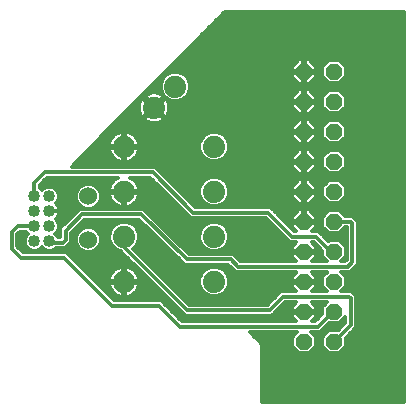
<source format=gbl>
G75*
G70*
%OFA0B0*%
%FSLAX24Y24*%
%IPPOS*%
%LPD*%
%AMOC8*
5,1,8,0,0,1.08239X$1,22.5*
%
%ADD10OC8,0.0540*%
%ADD11C,0.0740*%
%ADD12C,0.0400*%
%ADD13C,0.0120*%
%ADD14C,0.0600*%
D10*
X010460Y002410D03*
X011460Y002410D03*
X011460Y003410D03*
X010460Y003410D03*
X010460Y004410D03*
X011460Y004410D03*
X011460Y005410D03*
X010460Y005410D03*
X010460Y006410D03*
X011460Y006410D03*
X011460Y007410D03*
X010460Y007410D03*
X010460Y008410D03*
X011460Y008410D03*
X011460Y009410D03*
X010460Y009410D03*
X010460Y010410D03*
X011460Y010410D03*
X011460Y011410D03*
X010460Y011410D03*
D11*
X006167Y010917D03*
X005460Y010210D03*
X004460Y008910D03*
X007460Y008910D03*
X007460Y007410D03*
X004460Y007410D03*
X004460Y005910D03*
X007460Y005910D03*
X007460Y004410D03*
X004460Y004410D03*
D12*
X001960Y005760D03*
X001460Y005760D03*
X001460Y006260D03*
X001960Y006260D03*
X001960Y006760D03*
X001460Y006760D03*
X001460Y007260D03*
X001960Y007260D03*
D13*
X009040Y002335D02*
X009040Y000390D01*
X013772Y000390D01*
X013772Y013416D01*
X007821Y013416D01*
X002790Y008322D01*
X002790Y008321D01*
X002738Y008269D01*
X002709Y008240D01*
X005485Y008240D01*
X006835Y006890D01*
X009335Y006890D01*
X009440Y006785D01*
X010135Y006090D01*
X010200Y006090D01*
X010050Y006240D01*
X010050Y006380D01*
X010430Y006380D01*
X010430Y006440D01*
X010430Y006820D01*
X010290Y006820D01*
X010050Y006580D01*
X010050Y006440D01*
X010430Y006440D01*
X010490Y006440D01*
X010490Y006820D01*
X010630Y006820D01*
X010870Y006580D01*
X010870Y006440D01*
X010490Y006440D01*
X010490Y006380D01*
X010870Y006380D01*
X010870Y006240D01*
X010720Y006090D01*
X010935Y006090D01*
X011040Y005985D01*
X011262Y005763D01*
X011298Y005800D01*
X011622Y005800D01*
X011850Y005572D01*
X011850Y005248D01*
X011692Y005090D01*
X011835Y005090D01*
X011880Y005135D01*
X011880Y006230D01*
X011832Y006230D01*
X011622Y006020D01*
X011298Y006020D01*
X011070Y006248D01*
X011070Y006572D01*
X011298Y006800D01*
X011622Y006800D01*
X011832Y006590D01*
X012085Y006590D01*
X012135Y006540D01*
X012240Y006435D01*
X012240Y004985D01*
X012090Y004835D01*
X011985Y004730D01*
X011692Y004730D01*
X011850Y004572D01*
X011850Y004248D01*
X011692Y004090D01*
X012035Y004090D01*
X012085Y004040D01*
X012190Y003935D01*
X012190Y002885D01*
X012085Y002780D01*
X012085Y002780D01*
X011850Y002545D01*
X011850Y002248D01*
X011622Y002020D01*
X011298Y002020D01*
X011070Y002248D01*
X011070Y002572D01*
X011298Y002800D01*
X011595Y002800D01*
X011830Y003035D01*
X011830Y003228D01*
X011622Y003020D01*
X011298Y003020D01*
X011287Y003032D01*
X011090Y002835D01*
X011090Y002835D01*
X010985Y002730D01*
X010692Y002730D01*
X010850Y002572D01*
X010850Y002248D01*
X010622Y002020D01*
X010298Y002020D01*
X010070Y002248D01*
X010070Y002572D01*
X010228Y002730D01*
X008645Y002730D01*
X008740Y002635D01*
X008740Y002635D01*
X009040Y002335D01*
X009032Y002343D02*
X010070Y002343D01*
X010070Y002462D02*
X008913Y002462D01*
X008795Y002580D02*
X010078Y002580D01*
X010197Y002699D02*
X008676Y002699D01*
X009040Y002225D02*
X010094Y002225D01*
X010212Y002106D02*
X009040Y002106D01*
X009040Y001988D02*
X013772Y001988D01*
X013772Y002106D02*
X011708Y002106D01*
X011826Y002225D02*
X013772Y002225D01*
X013772Y002343D02*
X011850Y002343D01*
X011850Y002462D02*
X013772Y002462D01*
X013772Y002580D02*
X011885Y002580D01*
X012003Y002699D02*
X013772Y002699D01*
X013772Y002817D02*
X012122Y002817D01*
X012190Y002936D02*
X013772Y002936D01*
X013772Y003054D02*
X012190Y003054D01*
X012190Y003173D02*
X013772Y003173D01*
X013772Y003291D02*
X012190Y003291D01*
X012190Y003410D02*
X013772Y003410D01*
X013772Y003528D02*
X012190Y003528D01*
X012190Y003647D02*
X013772Y003647D01*
X013772Y003765D02*
X012190Y003765D01*
X012190Y003884D02*
X013772Y003884D01*
X013772Y004002D02*
X012123Y004002D01*
X012010Y003860D02*
X011960Y003910D01*
X009760Y003910D01*
X009310Y003460D01*
X006560Y003460D01*
X004460Y005560D01*
X004460Y005910D01*
X004950Y005898D02*
X005539Y005898D01*
X005661Y005780D02*
X004936Y005780D01*
X004950Y005813D02*
X004875Y005632D01*
X004759Y005516D01*
X006635Y003640D01*
X009235Y003640D01*
X009580Y003985D01*
X009580Y003985D01*
X009685Y004090D01*
X010200Y004090D01*
X010050Y004240D01*
X010050Y004380D01*
X010430Y004380D01*
X010430Y004440D01*
X010050Y004440D01*
X010050Y004580D01*
X010200Y004730D01*
X008185Y004730D01*
X007935Y004980D01*
X006561Y004980D01*
X006488Y004979D01*
X006487Y004980D01*
X006485Y004980D01*
X006434Y005032D01*
X004937Y006480D01*
X003135Y006480D01*
X002690Y006035D01*
X002690Y005735D01*
X002585Y005630D01*
X002485Y005530D01*
X002183Y005530D01*
X002141Y005489D01*
X002024Y005440D01*
X001896Y005440D01*
X001779Y005489D01*
X001710Y005557D01*
X001641Y005489D01*
X001524Y005440D01*
X001396Y005440D01*
X001279Y005489D01*
X001189Y005579D01*
X001140Y005696D01*
X001140Y005824D01*
X001189Y005941D01*
X001257Y006010D01*
X001189Y006079D01*
X001188Y006080D01*
X000985Y006080D01*
X000890Y005985D01*
X000890Y005585D01*
X001085Y005390D01*
X002535Y005390D01*
X004135Y003790D01*
X005685Y003790D01*
X006385Y003090D01*
X010200Y003090D01*
X010050Y003240D01*
X010050Y003380D01*
X010430Y003380D01*
X010430Y003440D01*
X010050Y003440D01*
X010050Y003580D01*
X010200Y003730D01*
X009835Y003730D01*
X009385Y003280D01*
X006485Y003280D01*
X006380Y003385D01*
X006380Y003385D01*
X004385Y005380D01*
X004385Y005380D01*
X004333Y005432D01*
X004182Y005495D01*
X004045Y005632D01*
X003970Y005813D01*
X003970Y006007D01*
X004045Y006188D01*
X004182Y006325D01*
X004363Y006400D01*
X004557Y006400D01*
X004738Y006325D01*
X004875Y006188D01*
X004950Y006007D01*
X004950Y005813D01*
X004887Y005661D02*
X005783Y005661D01*
X005906Y005543D02*
X004785Y005543D01*
X004851Y005424D02*
X006028Y005424D01*
X006151Y005306D02*
X004969Y005306D01*
X005088Y005187D02*
X006273Y005187D01*
X006396Y005069D02*
X005206Y005069D01*
X005325Y004950D02*
X007965Y004950D01*
X008084Y004832D02*
X007723Y004832D01*
X007738Y004825D02*
X007557Y004900D01*
X007363Y004900D01*
X007182Y004825D01*
X007045Y004688D01*
X006970Y004507D01*
X006970Y004313D01*
X007045Y004132D01*
X007182Y003995D01*
X007363Y003920D01*
X007557Y003920D01*
X007738Y003995D01*
X007875Y004132D01*
X007950Y004313D01*
X007950Y004507D01*
X007875Y004688D01*
X007738Y004825D01*
X007850Y004713D02*
X010183Y004713D01*
X010065Y004595D02*
X007914Y004595D01*
X007950Y004476D02*
X010050Y004476D01*
X010050Y004358D02*
X007950Y004358D01*
X007920Y004239D02*
X010051Y004239D01*
X010170Y004121D02*
X007863Y004121D01*
X007745Y004002D02*
X009597Y004002D01*
X009479Y003884D02*
X006391Y003884D01*
X006273Y004002D02*
X007175Y004002D01*
X007057Y004121D02*
X006154Y004121D01*
X006036Y004239D02*
X007000Y004239D01*
X006970Y004358D02*
X005917Y004358D01*
X005799Y004476D02*
X006970Y004476D01*
X007006Y004595D02*
X005680Y004595D01*
X005562Y004713D02*
X007070Y004713D01*
X007197Y004832D02*
X005443Y004832D01*
X005052Y004713D02*
X004870Y004713D01*
X004849Y004742D02*
X004792Y004799D01*
X004727Y004846D01*
X004656Y004883D01*
X004579Y004907D01*
X004500Y004920D01*
X004489Y004920D01*
X004489Y004439D01*
X004970Y004439D01*
X004970Y004450D01*
X004957Y004529D01*
X004933Y004606D01*
X004896Y004677D01*
X004849Y004742D01*
X004934Y004832D02*
X004748Y004832D01*
X004815Y004950D02*
X002975Y004950D01*
X003093Y004832D02*
X004172Y004832D01*
X004193Y004846D02*
X004128Y004799D01*
X004071Y004742D01*
X004024Y004677D01*
X003987Y004606D01*
X003963Y004529D01*
X003950Y004450D01*
X003950Y004439D01*
X004431Y004439D01*
X004431Y004920D01*
X004420Y004920D01*
X004341Y004907D01*
X004264Y004883D01*
X004193Y004846D01*
X004050Y004713D02*
X003212Y004713D01*
X003330Y004595D02*
X003984Y004595D01*
X003954Y004476D02*
X003449Y004476D01*
X003567Y004358D02*
X003952Y004358D01*
X003950Y004370D02*
X003963Y004291D01*
X003987Y004214D01*
X004024Y004143D01*
X004071Y004078D01*
X004128Y004021D01*
X004193Y003974D01*
X004264Y003937D01*
X004341Y003913D01*
X004420Y003900D01*
X004431Y003900D01*
X004431Y004381D01*
X004489Y004381D01*
X004489Y004439D01*
X004431Y004439D01*
X004431Y004381D01*
X003950Y004381D01*
X003950Y004370D01*
X003979Y004239D02*
X003686Y004239D01*
X003804Y004121D02*
X004040Y004121D01*
X004154Y004002D02*
X003923Y004002D01*
X004041Y003884D02*
X005882Y003884D01*
X005763Y004002D02*
X004766Y004002D01*
X004792Y004021D02*
X004849Y004078D01*
X004896Y004143D01*
X004933Y004214D01*
X004957Y004291D01*
X004970Y004370D01*
X004970Y004381D01*
X004489Y004381D01*
X004489Y003900D01*
X004500Y003900D01*
X004579Y003913D01*
X004656Y003937D01*
X004727Y003974D01*
X004792Y004021D01*
X004880Y004121D02*
X005645Y004121D01*
X005526Y004239D02*
X004941Y004239D01*
X004968Y004358D02*
X005408Y004358D01*
X005289Y004476D02*
X004966Y004476D01*
X004936Y004595D02*
X005171Y004595D01*
X004489Y004595D02*
X004431Y004595D01*
X004431Y004713D02*
X004489Y004713D01*
X004489Y004832D02*
X004431Y004832D01*
X004697Y005069D02*
X002856Y005069D01*
X002738Y005187D02*
X004578Y005187D01*
X004460Y005306D02*
X002619Y005306D01*
X002460Y005210D02*
X004060Y003610D01*
X005610Y003610D01*
X006310Y002910D01*
X010910Y002910D01*
X011410Y003410D01*
X011460Y003410D01*
X011070Y003410D02*
X010490Y003410D01*
X010490Y003440D02*
X010870Y003440D01*
X010870Y003580D01*
X010720Y003730D01*
X011228Y003730D01*
X011070Y003572D01*
X011070Y003325D01*
X010835Y003090D01*
X010720Y003090D01*
X010870Y003240D01*
X010870Y003380D01*
X010490Y003380D01*
X010490Y003440D01*
X010430Y003410D02*
X009514Y003410D01*
X009633Y003528D02*
X010050Y003528D01*
X010117Y003647D02*
X009751Y003647D01*
X009360Y003765D02*
X006510Y003765D01*
X006628Y003647D02*
X009242Y003647D01*
X009396Y003291D02*
X010050Y003291D01*
X010118Y003173D02*
X006302Y003173D01*
X006184Y003291D02*
X006474Y003291D01*
X006356Y003410D02*
X006065Y003410D01*
X005947Y003528D02*
X006237Y003528D01*
X006119Y003647D02*
X005828Y003647D01*
X005710Y003765D02*
X006000Y003765D01*
X004489Y004002D02*
X004431Y004002D01*
X004431Y004121D02*
X004489Y004121D01*
X004489Y004239D02*
X004431Y004239D01*
X004431Y004358D02*
X004489Y004358D01*
X004489Y004476D02*
X004431Y004476D01*
X002460Y005210D02*
X001010Y005210D01*
X000710Y005510D01*
X000710Y006060D01*
X000910Y006260D01*
X001460Y006260D01*
X002163Y006010D02*
X002231Y006079D01*
X002280Y006196D01*
X002280Y006324D01*
X002231Y006441D01*
X002177Y006496D01*
X002224Y006543D01*
X002261Y006599D01*
X002287Y006661D01*
X002300Y006727D01*
X002300Y006755D01*
X001965Y006755D01*
X001965Y006765D01*
X002300Y006765D01*
X002300Y006793D01*
X002287Y006859D01*
X002261Y006921D01*
X002224Y006977D01*
X002177Y007024D01*
X002177Y007024D01*
X002231Y007079D01*
X002280Y007196D01*
X002280Y007324D01*
X002231Y007441D01*
X002141Y007531D01*
X002024Y007580D01*
X001896Y007580D01*
X001779Y007531D01*
X001710Y007463D01*
X001641Y007531D01*
X001640Y007532D01*
X001640Y007635D01*
X001885Y007880D01*
X004259Y007880D01*
X004193Y007846D01*
X004128Y007799D01*
X004071Y007742D01*
X004024Y007677D01*
X003987Y007606D01*
X003963Y007529D01*
X003950Y007450D01*
X003950Y007439D01*
X004431Y007439D01*
X004431Y007381D01*
X004489Y007381D01*
X004489Y007439D01*
X004970Y007439D01*
X004970Y007450D01*
X004957Y007529D01*
X004933Y007606D01*
X004896Y007677D01*
X004849Y007742D01*
X004792Y007799D01*
X004727Y007846D01*
X004661Y007880D01*
X005335Y007880D01*
X006580Y006635D01*
X006685Y006530D01*
X009185Y006530D01*
X009880Y005835D01*
X009985Y005730D01*
X010200Y005730D01*
X010050Y005580D01*
X010050Y005440D01*
X010430Y005440D01*
X010430Y005380D01*
X010050Y005380D01*
X010050Y005240D01*
X010200Y005090D01*
X008335Y005090D01*
X008190Y005235D01*
X008085Y005340D01*
X006633Y005340D01*
X005136Y006788D01*
X005085Y006840D01*
X005083Y006840D01*
X005082Y006841D01*
X005009Y006840D01*
X002985Y006840D01*
X002330Y006185D01*
X002330Y005890D01*
X002253Y005890D01*
X002231Y005941D01*
X002163Y006010D01*
X002169Y006017D02*
X002330Y006017D01*
X002330Y006135D02*
X002255Y006135D01*
X002280Y006254D02*
X002399Y006254D01*
X002517Y006372D02*
X002260Y006372D01*
X002182Y006491D02*
X002636Y006491D01*
X002754Y006609D02*
X002265Y006609D01*
X002300Y006728D02*
X002873Y006728D01*
X003060Y006660D02*
X005010Y006660D01*
X006560Y005160D01*
X008010Y005160D01*
X008260Y004910D01*
X011910Y004910D01*
X012060Y005060D01*
X012060Y006360D01*
X012010Y006410D01*
X011460Y006410D01*
X011070Y006372D02*
X010870Y006372D01*
X010870Y006254D02*
X011070Y006254D01*
X011183Y006135D02*
X010765Y006135D01*
X011008Y006017D02*
X011880Y006017D01*
X011880Y006135D02*
X011737Y006135D01*
X011880Y005898D02*
X011127Y005898D01*
X011245Y005780D02*
X011278Y005780D01*
X011642Y005780D02*
X011880Y005780D01*
X011880Y005661D02*
X011761Y005661D01*
X011850Y005543D02*
X011880Y005543D01*
X011880Y005424D02*
X011850Y005424D01*
X011850Y005306D02*
X011880Y005306D01*
X011880Y005187D02*
X011789Y005187D01*
X012240Y005187D02*
X013772Y005187D01*
X013772Y005069D02*
X012240Y005069D01*
X012205Y004950D02*
X013772Y004950D01*
X013772Y004832D02*
X012086Y004832D01*
X011709Y004713D02*
X013772Y004713D01*
X013772Y004595D02*
X011827Y004595D01*
X011850Y004476D02*
X013772Y004476D01*
X013772Y004358D02*
X011850Y004358D01*
X011841Y004239D02*
X013772Y004239D01*
X013772Y004121D02*
X011722Y004121D01*
X011228Y004090D02*
X011070Y004248D01*
X011070Y004572D01*
X011228Y004730D01*
X010720Y004730D01*
X010870Y004580D01*
X010870Y004440D01*
X010490Y004440D01*
X010490Y004380D01*
X010870Y004380D01*
X010870Y004240D01*
X010720Y004090D01*
X011228Y004090D01*
X011198Y004121D02*
X010750Y004121D01*
X010869Y004239D02*
X011079Y004239D01*
X011070Y004358D02*
X010870Y004358D01*
X010870Y004476D02*
X011070Y004476D01*
X011093Y004595D02*
X010855Y004595D01*
X010737Y004713D02*
X011211Y004713D01*
X011228Y005090D02*
X010720Y005090D01*
X010870Y005240D01*
X010870Y005380D01*
X010490Y005380D01*
X010490Y005440D01*
X010870Y005440D01*
X010870Y005580D01*
X010720Y005730D01*
X010785Y005730D01*
X011070Y005445D01*
X011070Y005248D01*
X011228Y005090D01*
X011131Y005187D02*
X010817Y005187D01*
X010870Y005306D02*
X011070Y005306D01*
X011070Y005424D02*
X010490Y005424D01*
X010430Y005424D02*
X007567Y005424D01*
X007557Y005420D02*
X007738Y005495D01*
X007875Y005632D01*
X007950Y005813D01*
X007950Y006007D01*
X007875Y006188D01*
X007738Y006325D01*
X007557Y006400D01*
X007363Y006400D01*
X007182Y006325D01*
X007045Y006188D01*
X006970Y006007D01*
X006970Y005813D01*
X007045Y005632D01*
X007182Y005495D01*
X007363Y005420D01*
X007557Y005420D01*
X007353Y005424D02*
X006546Y005424D01*
X006424Y005543D02*
X007135Y005543D01*
X007033Y005661D02*
X006301Y005661D01*
X006179Y005780D02*
X006984Y005780D01*
X006970Y005898D02*
X006056Y005898D01*
X005934Y006017D02*
X006974Y006017D01*
X007023Y006135D02*
X005811Y006135D01*
X005689Y006254D02*
X007111Y006254D01*
X007295Y006372D02*
X005566Y006372D01*
X005444Y006491D02*
X009225Y006491D01*
X009343Y006372D02*
X007625Y006372D01*
X007809Y006254D02*
X009462Y006254D01*
X009580Y006135D02*
X007897Y006135D01*
X007946Y006017D02*
X009699Y006017D01*
X009817Y005898D02*
X007950Y005898D01*
X007936Y005780D02*
X009936Y005780D01*
X010060Y005910D02*
X010860Y005910D01*
X011360Y005410D01*
X011460Y005410D01*
X010973Y005543D02*
X010870Y005543D01*
X010854Y005661D02*
X010789Y005661D01*
X010131Y005661D02*
X007887Y005661D01*
X007785Y005543D02*
X010050Y005543D01*
X010050Y005306D02*
X008119Y005306D01*
X008238Y005187D02*
X010103Y005187D01*
X010060Y005910D02*
X009260Y006710D01*
X006760Y006710D01*
X005410Y008060D01*
X001810Y008060D01*
X001460Y007710D01*
X001460Y007260D01*
X002232Y007439D02*
X002879Y007439D01*
X002904Y007498D02*
X002840Y007344D01*
X002840Y007176D01*
X002904Y007022D01*
X003022Y006904D01*
X003176Y006840D01*
X003344Y006840D01*
X003498Y006904D01*
X003616Y007022D01*
X003680Y007176D01*
X003680Y007344D01*
X003616Y007498D01*
X003498Y007616D01*
X003344Y007680D01*
X003176Y007680D01*
X003022Y007616D01*
X002904Y007498D01*
X002963Y007557D02*
X002079Y007557D01*
X001841Y007557D02*
X001640Y007557D01*
X001680Y007676D02*
X003166Y007676D01*
X003354Y007676D02*
X004023Y007676D01*
X003972Y007557D02*
X003557Y007557D01*
X003641Y007439D02*
X004431Y007439D01*
X004431Y007381D02*
X003950Y007381D01*
X003950Y007370D01*
X003963Y007291D01*
X003987Y007214D01*
X004024Y007143D01*
X004071Y007078D01*
X004128Y007021D01*
X004193Y006974D01*
X004264Y006937D01*
X004341Y006913D01*
X004420Y006900D01*
X004431Y006900D01*
X004431Y007381D01*
X004489Y007381D02*
X004489Y006900D01*
X004500Y006900D01*
X004579Y006913D01*
X004656Y006937D01*
X004727Y006974D01*
X004792Y007021D01*
X004849Y007078D01*
X004896Y007143D01*
X004933Y007214D01*
X004957Y007291D01*
X004970Y007370D01*
X004970Y007381D01*
X004489Y007381D01*
X004489Y007439D02*
X005777Y007439D01*
X005658Y007557D02*
X004948Y007557D01*
X004897Y007676D02*
X005540Y007676D01*
X005421Y007794D02*
X004797Y007794D01*
X004123Y007794D02*
X001799Y007794D01*
X002280Y007320D02*
X002840Y007320D01*
X002840Y007202D02*
X002280Y007202D01*
X002233Y007083D02*
X002879Y007083D01*
X002962Y006965D02*
X002232Y006965D01*
X002290Y006846D02*
X003162Y006846D01*
X003358Y006846D02*
X006369Y006846D01*
X006251Y006965D02*
X004709Y006965D01*
X004853Y007083D02*
X006132Y007083D01*
X006014Y007202D02*
X004926Y007202D01*
X004962Y007320D02*
X005895Y007320D01*
X006168Y007557D02*
X006991Y007557D01*
X006970Y007507D02*
X006970Y007313D01*
X007045Y007132D01*
X007182Y006995D01*
X007363Y006920D01*
X007557Y006920D01*
X007738Y006995D01*
X007875Y007132D01*
X007950Y007313D01*
X007950Y007507D01*
X007875Y007688D01*
X007738Y007825D01*
X007557Y007900D01*
X007363Y007900D01*
X007182Y007825D01*
X007045Y007688D01*
X006970Y007507D01*
X006970Y007439D02*
X006286Y007439D01*
X006405Y007320D02*
X006970Y007320D01*
X007016Y007202D02*
X006523Y007202D01*
X006642Y007083D02*
X007094Y007083D01*
X007255Y006965D02*
X006760Y006965D01*
X006488Y006728D02*
X005199Y006728D01*
X005322Y006609D02*
X006606Y006609D01*
X007665Y006965D02*
X013772Y006965D01*
X013772Y007083D02*
X011685Y007083D01*
X011622Y007020D02*
X011298Y007020D01*
X011070Y007248D01*
X011070Y007572D01*
X011298Y007800D01*
X011622Y007800D01*
X011850Y007572D01*
X011850Y007248D01*
X011622Y007020D01*
X011235Y007083D02*
X010713Y007083D01*
X010630Y007000D02*
X010870Y007240D01*
X010870Y007380D01*
X010490Y007380D01*
X010490Y007440D01*
X010430Y007440D01*
X010430Y007820D01*
X010290Y007820D01*
X010050Y007580D01*
X010050Y007440D01*
X010430Y007440D01*
X010430Y007380D01*
X010050Y007380D01*
X010050Y007240D01*
X010290Y007000D01*
X010430Y007000D01*
X010430Y007380D01*
X010490Y007380D01*
X010490Y007000D01*
X010630Y007000D01*
X010490Y007083D02*
X010430Y007083D01*
X010430Y007202D02*
X010490Y007202D01*
X010490Y007320D02*
X010430Y007320D01*
X010430Y007439D02*
X007950Y007439D01*
X007950Y007320D02*
X010050Y007320D01*
X010089Y007202D02*
X007904Y007202D01*
X007826Y007083D02*
X010207Y007083D01*
X010831Y007202D02*
X011117Y007202D01*
X011070Y007320D02*
X010870Y007320D01*
X010870Y007440D02*
X010870Y007580D01*
X010630Y007820D01*
X010490Y007820D01*
X010490Y007440D01*
X010870Y007440D01*
X010870Y007557D02*
X011070Y007557D01*
X011070Y007439D02*
X010490Y007439D01*
X010490Y007557D02*
X010430Y007557D01*
X010430Y007676D02*
X010490Y007676D01*
X010490Y007794D02*
X010430Y007794D01*
X010264Y007794D02*
X007769Y007794D01*
X007880Y007676D02*
X010146Y007676D01*
X010050Y007557D02*
X007929Y007557D01*
X007151Y007794D02*
X005931Y007794D01*
X006049Y007676D02*
X007040Y007676D01*
X005812Y007913D02*
X013772Y007913D01*
X013772Y008031D02*
X011633Y008031D01*
X011622Y008020D02*
X011850Y008248D01*
X011850Y008572D01*
X011622Y008800D01*
X011298Y008800D01*
X011070Y008572D01*
X011070Y008248D01*
X011298Y008020D01*
X011622Y008020D01*
X011751Y008150D02*
X013772Y008150D01*
X013772Y008268D02*
X011850Y008268D01*
X011850Y008387D02*
X013772Y008387D01*
X013772Y008505D02*
X011850Y008505D01*
X011798Y008624D02*
X013772Y008624D01*
X013772Y008742D02*
X011680Y008742D01*
X011240Y008742D02*
X010708Y008742D01*
X010630Y008820D02*
X010490Y008820D01*
X010490Y008440D01*
X010430Y008440D01*
X010430Y008820D01*
X010290Y008820D01*
X010050Y008580D01*
X010050Y008440D01*
X010430Y008440D01*
X010430Y008380D01*
X010050Y008380D01*
X010050Y008240D01*
X010290Y008000D01*
X010430Y008000D01*
X010430Y008380D01*
X010490Y008380D01*
X010490Y008440D01*
X010870Y008440D01*
X010870Y008580D01*
X010630Y008820D01*
X010490Y008742D02*
X010430Y008742D01*
X010430Y008624D02*
X010490Y008624D01*
X010490Y008505D02*
X010430Y008505D01*
X010430Y008387D02*
X002854Y008387D01*
X002971Y008505D02*
X004150Y008505D01*
X004128Y008521D02*
X004193Y008474D01*
X004264Y008437D01*
X004341Y008413D01*
X004420Y008400D01*
X004431Y008400D01*
X004431Y008881D01*
X004489Y008881D01*
X004489Y008939D01*
X004970Y008939D01*
X004970Y008950D01*
X004957Y009029D01*
X004933Y009106D01*
X004896Y009177D01*
X004849Y009242D01*
X004792Y009299D01*
X004727Y009346D01*
X004656Y009383D01*
X004579Y009407D01*
X004500Y009420D01*
X004489Y009420D01*
X004489Y008939D01*
X004431Y008939D01*
X004431Y009420D01*
X004420Y009420D01*
X004341Y009407D01*
X004264Y009383D01*
X004193Y009346D01*
X004128Y009299D01*
X004071Y009242D01*
X004024Y009177D01*
X003987Y009106D01*
X003963Y009029D01*
X003950Y008950D01*
X003950Y008939D01*
X004431Y008939D01*
X004431Y008881D01*
X003950Y008881D01*
X003950Y008870D01*
X003963Y008791D01*
X003987Y008714D01*
X004024Y008643D01*
X004071Y008578D01*
X004128Y008521D01*
X004038Y008624D02*
X003088Y008624D01*
X003205Y008742D02*
X003978Y008742D01*
X003951Y008861D02*
X003322Y008861D01*
X003439Y008979D02*
X003955Y008979D01*
X003985Y009098D02*
X003556Y009098D01*
X003673Y009216D02*
X004052Y009216D01*
X004177Y009335D02*
X003790Y009335D01*
X003907Y009453D02*
X010050Y009453D01*
X010050Y009440D02*
X010430Y009440D01*
X010430Y009820D01*
X010290Y009820D01*
X010050Y009580D01*
X010050Y009440D01*
X010050Y009380D02*
X010050Y009240D01*
X010290Y009000D01*
X010430Y009000D01*
X010430Y009380D01*
X010050Y009380D01*
X010050Y009335D02*
X007716Y009335D01*
X007738Y009325D02*
X007557Y009400D01*
X007363Y009400D01*
X007182Y009325D01*
X007045Y009188D01*
X006970Y009007D01*
X006970Y008813D01*
X007045Y008632D01*
X007182Y008495D01*
X007363Y008420D01*
X007557Y008420D01*
X007738Y008495D01*
X007875Y008632D01*
X007950Y008813D01*
X007950Y009007D01*
X007875Y009188D01*
X007738Y009325D01*
X007847Y009216D02*
X010074Y009216D01*
X010193Y009098D02*
X007913Y009098D01*
X007950Y008979D02*
X013772Y008979D01*
X013772Y008861D02*
X007950Y008861D01*
X007921Y008742D02*
X010212Y008742D01*
X010094Y008624D02*
X007866Y008624D01*
X007748Y008505D02*
X010050Y008505D01*
X010490Y008387D02*
X011070Y008387D01*
X011070Y008505D02*
X010870Y008505D01*
X010870Y008380D02*
X010490Y008380D01*
X010490Y008000D01*
X010630Y008000D01*
X010870Y008240D01*
X010870Y008380D01*
X010870Y008268D02*
X011070Y008268D01*
X011169Y008150D02*
X010779Y008150D01*
X010661Y008031D02*
X011287Y008031D01*
X010490Y008031D02*
X010430Y008031D01*
X010430Y008150D02*
X010490Y008150D01*
X010490Y008268D02*
X010430Y008268D01*
X010259Y008031D02*
X005694Y008031D01*
X005575Y008150D02*
X010141Y008150D01*
X010050Y008268D02*
X002737Y008268D01*
X004431Y008505D02*
X004489Y008505D01*
X004489Y008400D02*
X004500Y008400D01*
X004579Y008413D01*
X004656Y008437D01*
X004727Y008474D01*
X004792Y008521D01*
X004849Y008578D01*
X004896Y008643D01*
X004933Y008714D01*
X004957Y008791D01*
X004970Y008870D01*
X004970Y008881D01*
X004489Y008881D01*
X004489Y008400D01*
X004770Y008505D02*
X007172Y008505D01*
X007054Y008624D02*
X004882Y008624D01*
X004942Y008742D02*
X006999Y008742D01*
X006970Y008861D02*
X004969Y008861D01*
X004965Y008979D02*
X006970Y008979D01*
X007007Y009098D02*
X004935Y009098D01*
X004868Y009216D02*
X007073Y009216D01*
X007204Y009335D02*
X004743Y009335D01*
X004489Y009335D02*
X004431Y009335D01*
X004431Y009216D02*
X004489Y009216D01*
X004489Y009098D02*
X004431Y009098D01*
X004431Y008979D02*
X004489Y008979D01*
X004489Y008861D02*
X004431Y008861D01*
X004431Y008742D02*
X004489Y008742D01*
X004489Y008624D02*
X004431Y008624D01*
X004024Y009572D02*
X010050Y009572D01*
X010160Y009690D02*
X004141Y009690D01*
X004258Y009809D02*
X005145Y009809D01*
X005128Y009821D02*
X005193Y009774D01*
X005264Y009737D01*
X005341Y009713D01*
X005420Y009700D01*
X005500Y009700D01*
X005579Y009713D01*
X005656Y009737D01*
X005727Y009774D01*
X005792Y009821D01*
X005792Y009821D01*
X005460Y010153D01*
X005517Y010210D01*
X005460Y010267D01*
X005403Y010210D01*
X005071Y010542D01*
X005024Y010477D01*
X004987Y010406D01*
X004963Y010329D01*
X004950Y010250D01*
X004950Y010170D01*
X004963Y010091D01*
X004987Y010014D01*
X005024Y009943D01*
X005071Y009878D01*
X005071Y009878D01*
X005403Y010210D01*
X005460Y010153D01*
X005128Y009821D01*
X005128Y009821D01*
X005120Y009927D02*
X005234Y009927D01*
X005239Y010046D02*
X005352Y010046D01*
X005357Y010164D02*
X005449Y010164D01*
X005471Y010164D02*
X005563Y010164D01*
X005517Y010210D02*
X005849Y009878D01*
X005896Y009943D01*
X005933Y010014D01*
X005957Y010091D01*
X005970Y010170D01*
X005970Y010250D01*
X005957Y010329D01*
X005933Y010406D01*
X005896Y010477D01*
X005849Y010542D01*
X005849Y010542D01*
X005517Y010210D01*
X005460Y010267D02*
X005792Y010599D01*
X005727Y010646D01*
X005656Y010683D01*
X005579Y010707D01*
X005500Y010720D01*
X005420Y010720D01*
X005341Y010707D01*
X005264Y010683D01*
X005193Y010646D01*
X005128Y010599D01*
X005128Y010599D01*
X005460Y010267D01*
X005476Y010283D02*
X005589Y010283D01*
X005594Y010401D02*
X005708Y010401D01*
X005713Y010520D02*
X005826Y010520D01*
X005866Y010520D02*
X005872Y010520D01*
X005890Y010502D02*
X005752Y010640D01*
X005677Y010820D01*
X005677Y011015D01*
X005752Y011195D01*
X005890Y011333D01*
X006070Y011407D01*
X006265Y011407D01*
X006445Y011333D01*
X006583Y011195D01*
X006657Y011015D01*
X006657Y010820D01*
X006583Y010640D01*
X006445Y010502D01*
X006265Y010427D01*
X006070Y010427D01*
X005890Y010502D01*
X005934Y010401D02*
X010430Y010401D01*
X010430Y010380D02*
X010050Y010380D01*
X010050Y010240D01*
X010290Y010000D01*
X010430Y010000D01*
X010430Y010380D01*
X010430Y010440D01*
X010430Y010820D01*
X010290Y010820D01*
X010050Y010580D01*
X010050Y010440D01*
X010430Y010440D01*
X010490Y010440D01*
X010490Y010820D01*
X010630Y010820D01*
X010870Y010580D01*
X010870Y010440D01*
X010490Y010440D01*
X010490Y010380D01*
X010870Y010380D01*
X010870Y010240D01*
X010630Y010000D01*
X010490Y010000D01*
X010490Y010380D01*
X010430Y010380D01*
X010490Y010401D02*
X011070Y010401D01*
X011070Y010283D02*
X010870Y010283D01*
X010794Y010164D02*
X011154Y010164D01*
X011070Y010248D02*
X011298Y010020D01*
X011622Y010020D01*
X011850Y010248D01*
X011850Y010572D01*
X011622Y010800D01*
X011298Y010800D01*
X011070Y010572D01*
X011070Y010248D01*
X010490Y010283D02*
X010430Y010283D01*
X010430Y010164D02*
X010490Y010164D01*
X010490Y010046D02*
X010430Y010046D01*
X010245Y010046D02*
X005943Y010046D01*
X005969Y010164D02*
X010126Y010164D01*
X010050Y010283D02*
X005965Y010283D01*
X005444Y010283D02*
X005331Y010283D01*
X005326Y010401D02*
X005212Y010401D01*
X005207Y010520D02*
X005094Y010520D01*
X005071Y010542D02*
X005071Y010542D01*
X005054Y010520D02*
X004960Y010520D01*
X004986Y010401D02*
X004843Y010401D01*
X004955Y010283D02*
X004726Y010283D01*
X004609Y010164D02*
X004951Y010164D01*
X004977Y010046D02*
X004492Y010046D01*
X004375Y009927D02*
X005035Y009927D01*
X005568Y010046D02*
X005681Y010046D01*
X005686Y009927D02*
X005800Y009927D01*
X005849Y009878D02*
X005849Y009878D01*
X005885Y009927D02*
X013772Y009927D01*
X013772Y009809D02*
X010641Y009809D01*
X010630Y009820D02*
X010490Y009820D01*
X010490Y009440D01*
X010430Y009440D01*
X010430Y009380D01*
X010490Y009380D01*
X010490Y009440D01*
X010870Y009440D01*
X010870Y009580D01*
X010630Y009820D01*
X010490Y009809D02*
X010430Y009809D01*
X010430Y009690D02*
X010490Y009690D01*
X010490Y009572D02*
X010430Y009572D01*
X010430Y009453D02*
X010490Y009453D01*
X010490Y009380D02*
X010870Y009380D01*
X010870Y009240D01*
X010630Y009000D01*
X010490Y009000D01*
X010490Y009380D01*
X010490Y009335D02*
X010430Y009335D01*
X010430Y009216D02*
X010490Y009216D01*
X010490Y009098D02*
X010430Y009098D01*
X010727Y009098D02*
X011221Y009098D01*
X011298Y009020D02*
X011622Y009020D01*
X011850Y009248D01*
X011850Y009572D01*
X011622Y009800D01*
X011298Y009800D01*
X011070Y009572D01*
X011070Y009248D01*
X011298Y009020D01*
X011102Y009216D02*
X010846Y009216D01*
X010870Y009335D02*
X011070Y009335D01*
X011070Y009453D02*
X010870Y009453D01*
X010870Y009572D02*
X011070Y009572D01*
X011188Y009690D02*
X010760Y009690D01*
X010279Y009809D02*
X005775Y009809D01*
X005792Y010599D02*
X005792Y010599D01*
X005753Y010638D02*
X005739Y010638D01*
X005703Y010757D02*
X005195Y010757D01*
X005181Y010638D02*
X005078Y010638D01*
X005312Y010875D02*
X005677Y010875D01*
X005677Y010994D02*
X005429Y010994D01*
X005546Y011112D02*
X005717Y011112D01*
X005663Y011231D02*
X005788Y011231D01*
X005780Y011349D02*
X005929Y011349D01*
X005897Y011468D02*
X010050Y011468D01*
X010050Y011440D02*
X010050Y011580D01*
X010290Y011820D01*
X010430Y011820D01*
X010430Y011440D01*
X010490Y011440D01*
X010490Y011820D01*
X010630Y011820D01*
X010870Y011580D01*
X010870Y011440D01*
X010490Y011440D01*
X010490Y011380D01*
X010870Y011380D01*
X010870Y011240D01*
X010630Y011000D01*
X010490Y011000D01*
X010490Y011380D01*
X010430Y011380D01*
X010050Y011380D01*
X010050Y011240D01*
X010290Y011000D01*
X010430Y011000D01*
X010430Y011380D01*
X010430Y011440D01*
X010050Y011440D01*
X010050Y011349D02*
X006405Y011349D01*
X006547Y011231D02*
X010060Y011231D01*
X010178Y011112D02*
X006617Y011112D01*
X006657Y010994D02*
X013772Y010994D01*
X013772Y011112D02*
X011714Y011112D01*
X011622Y011020D02*
X011298Y011020D01*
X011070Y011248D01*
X011070Y011572D01*
X011298Y011800D01*
X011622Y011800D01*
X011850Y011572D01*
X011850Y011248D01*
X011622Y011020D01*
X011206Y011112D02*
X010742Y011112D01*
X010860Y011231D02*
X011088Y011231D01*
X011070Y011349D02*
X010870Y011349D01*
X010870Y011468D02*
X011070Y011468D01*
X011084Y011586D02*
X010864Y011586D01*
X010745Y011705D02*
X011203Y011705D01*
X011717Y011705D02*
X013772Y011705D01*
X013772Y011823D02*
X006248Y011823D01*
X006365Y011942D02*
X013772Y011942D01*
X013772Y012060D02*
X006482Y012060D01*
X006599Y012179D02*
X013772Y012179D01*
X013772Y012297D02*
X006716Y012297D01*
X006833Y012416D02*
X013772Y012416D01*
X013772Y012534D02*
X006950Y012534D01*
X007067Y012653D02*
X013772Y012653D01*
X013772Y012771D02*
X007184Y012771D01*
X007301Y012890D02*
X013772Y012890D01*
X013772Y013008D02*
X007418Y013008D01*
X007535Y013127D02*
X013772Y013127D01*
X013772Y013245D02*
X007652Y013245D01*
X007769Y013364D02*
X013772Y013364D01*
X010490Y011705D02*
X010430Y011705D01*
X010430Y011586D02*
X010490Y011586D01*
X010490Y011468D02*
X010430Y011468D01*
X010430Y011349D02*
X010490Y011349D01*
X010490Y011231D02*
X010430Y011231D01*
X010430Y011112D02*
X010490Y011112D01*
X010490Y010757D02*
X010430Y010757D01*
X010430Y010638D02*
X010490Y010638D01*
X010490Y010520D02*
X010430Y010520D01*
X010227Y010757D02*
X006631Y010757D01*
X006657Y010875D02*
X013772Y010875D01*
X013772Y010757D02*
X011665Y010757D01*
X011784Y010638D02*
X013772Y010638D01*
X013772Y010520D02*
X011850Y010520D01*
X011850Y010401D02*
X013772Y010401D01*
X013772Y010283D02*
X011850Y010283D01*
X011766Y010164D02*
X013772Y010164D01*
X013772Y010046D02*
X011647Y010046D01*
X011273Y010046D02*
X010675Y010046D01*
X011732Y009690D02*
X013772Y009690D01*
X013772Y009572D02*
X011850Y009572D01*
X011850Y009453D02*
X013772Y009453D01*
X013772Y009335D02*
X011850Y009335D01*
X011818Y009216D02*
X013772Y009216D01*
X013772Y009098D02*
X011699Y009098D01*
X011122Y008624D02*
X010826Y008624D01*
X010656Y007794D02*
X011292Y007794D01*
X011174Y007676D02*
X010774Y007676D01*
X011628Y007794D02*
X013772Y007794D01*
X013772Y007676D02*
X011746Y007676D01*
X011850Y007557D02*
X013772Y007557D01*
X013772Y007439D02*
X011850Y007439D01*
X011850Y007320D02*
X013772Y007320D01*
X013772Y007202D02*
X011803Y007202D01*
X011694Y006728D02*
X013772Y006728D01*
X013772Y006846D02*
X009379Y006846D01*
X009497Y006728D02*
X010198Y006728D01*
X010079Y006609D02*
X009616Y006609D01*
X009734Y006491D02*
X010050Y006491D01*
X010050Y006372D02*
X009853Y006372D01*
X009971Y006254D02*
X010050Y006254D01*
X010090Y006135D02*
X010155Y006135D01*
X010430Y006491D02*
X010490Y006491D01*
X010490Y006609D02*
X010430Y006609D01*
X010430Y006728D02*
X010490Y006728D01*
X010722Y006728D02*
X011226Y006728D01*
X011107Y006609D02*
X010841Y006609D01*
X010870Y006491D02*
X011070Y006491D01*
X011813Y006609D02*
X013772Y006609D01*
X013772Y006491D02*
X012184Y006491D01*
X012240Y006372D02*
X013772Y006372D01*
X013772Y006254D02*
X012240Y006254D01*
X012240Y006135D02*
X013772Y006135D01*
X013772Y006017D02*
X012240Y006017D01*
X012240Y005898D02*
X013772Y005898D01*
X013772Y005780D02*
X012240Y005780D01*
X012240Y005661D02*
X013772Y005661D01*
X013772Y005543D02*
X012240Y005543D01*
X012240Y005424D02*
X013772Y005424D01*
X013772Y005306D02*
X012240Y005306D01*
X012010Y003860D02*
X012010Y002960D01*
X011460Y002410D01*
X011070Y002462D02*
X010850Y002462D01*
X010842Y002580D02*
X011078Y002580D01*
X011197Y002699D02*
X010723Y002699D01*
X011072Y002817D02*
X011612Y002817D01*
X011731Y002936D02*
X011190Y002936D01*
X011656Y003054D02*
X011830Y003054D01*
X011830Y003173D02*
X011774Y003173D01*
X011036Y003291D02*
X010870Y003291D01*
X010918Y003173D02*
X010802Y003173D01*
X010870Y003528D02*
X011070Y003528D01*
X011145Y003647D02*
X010803Y003647D01*
X010850Y002343D02*
X011070Y002343D01*
X011094Y002225D02*
X010826Y002225D01*
X010708Y002106D02*
X011212Y002106D01*
X009040Y001869D02*
X013772Y001869D01*
X013772Y001751D02*
X009040Y001751D01*
X009040Y001632D02*
X013772Y001632D01*
X013772Y001514D02*
X009040Y001514D01*
X009040Y001395D02*
X013772Y001395D01*
X013772Y001277D02*
X009040Y001277D01*
X009040Y001158D02*
X013772Y001158D01*
X013772Y001040D02*
X009040Y001040D01*
X009040Y000921D02*
X013772Y000921D01*
X013772Y000803D02*
X009040Y000803D01*
X009040Y000684D02*
X013772Y000684D01*
X013772Y000566D02*
X009040Y000566D01*
X009040Y000447D02*
X013772Y000447D01*
X004341Y005424D02*
X003426Y005424D01*
X003498Y005454D02*
X003616Y005572D01*
X003680Y005726D01*
X003680Y005894D01*
X003616Y006048D01*
X003498Y006166D01*
X003344Y006230D01*
X003176Y006230D01*
X003022Y006166D01*
X002904Y006048D01*
X002840Y005894D01*
X002840Y005726D01*
X002904Y005572D01*
X003022Y005454D01*
X003176Y005390D01*
X003344Y005390D01*
X003498Y005454D01*
X003586Y005543D02*
X004135Y005543D01*
X004033Y005661D02*
X003653Y005661D01*
X003680Y005780D02*
X003984Y005780D01*
X003970Y005898D02*
X003678Y005898D01*
X003629Y006017D02*
X003974Y006017D01*
X004023Y006135D02*
X003529Y006135D01*
X002991Y006135D02*
X002790Y006135D01*
X002690Y006017D02*
X002891Y006017D01*
X002842Y005898D02*
X002690Y005898D01*
X002690Y005780D02*
X002840Y005780D01*
X002867Y005661D02*
X002616Y005661D01*
X002497Y005543D02*
X002934Y005543D01*
X003094Y005424D02*
X001051Y005424D01*
X000932Y005543D02*
X001225Y005543D01*
X001155Y005661D02*
X000890Y005661D01*
X000890Y005780D02*
X001140Y005780D01*
X001171Y005898D02*
X000890Y005898D01*
X000921Y006017D02*
X001251Y006017D01*
X001960Y005760D02*
X002010Y005710D01*
X002410Y005710D01*
X002510Y005810D01*
X002510Y006110D01*
X003060Y006660D01*
X003027Y006372D02*
X004295Y006372D01*
X004111Y006254D02*
X002908Y006254D01*
X002177Y006496D02*
X002177Y006496D01*
X003558Y006965D02*
X004211Y006965D01*
X004067Y007083D02*
X003641Y007083D01*
X003680Y007202D02*
X003994Y007202D01*
X003958Y007320D02*
X003680Y007320D01*
X004431Y007320D02*
X004489Y007320D01*
X004489Y007202D02*
X004431Y007202D01*
X004431Y007083D02*
X004489Y007083D01*
X004489Y006965D02*
X004431Y006965D01*
X004625Y006372D02*
X005049Y006372D01*
X005171Y006254D02*
X004809Y006254D01*
X004897Y006135D02*
X005294Y006135D01*
X005416Y006017D02*
X004946Y006017D01*
X002330Y005898D02*
X002249Y005898D01*
X001725Y005543D02*
X001695Y005543D01*
X006462Y010520D02*
X010050Y010520D01*
X010108Y010638D02*
X006581Y010638D01*
X006014Y011586D02*
X010056Y011586D01*
X010175Y011705D02*
X006131Y011705D01*
X010693Y010757D02*
X011255Y010757D01*
X011136Y010638D02*
X010812Y010638D01*
X010870Y010520D02*
X011070Y010520D01*
X011832Y011231D02*
X013772Y011231D01*
X013772Y011349D02*
X011850Y011349D01*
X011850Y011468D02*
X013772Y011468D01*
X013772Y011586D02*
X011836Y011586D01*
D14*
X003260Y007260D03*
X003260Y005810D03*
M02*

</source>
